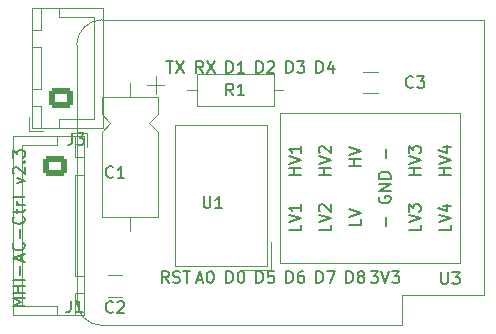
<source format=gto>
%TF.GenerationSoftware,KiCad,Pcbnew,(6.0.8)*%
%TF.CreationDate,2022-10-25T11:24:58+02:00*%
%TF.ProjectId,MHI-AC-CTRL,4d48492d-4143-42d4-9354-524c2e6b6963,v2.3*%
%TF.SameCoordinates,Original*%
%TF.FileFunction,Legend,Top*%
%TF.FilePolarity,Positive*%
%FSLAX46Y46*%
G04 Gerber Fmt 4.6, Leading zero omitted, Abs format (unit mm)*
G04 Created by KiCad (PCBNEW (6.0.8)) date 2022-10-25 11:24:58*
%MOMM*%
%LPD*%
G01*
G04 APERTURE LIST*
G04 Aperture macros list*
%AMRoundRect*
0 Rectangle with rounded corners*
0 $1 Rounding radius*
0 $2 $3 $4 $5 $6 $7 $8 $9 X,Y pos of 4 corners*
0 Add a 4 corners polygon primitive as box body*
4,1,4,$2,$3,$4,$5,$6,$7,$8,$9,$2,$3,0*
0 Add four circle primitives for the rounded corners*
1,1,$1+$1,$2,$3*
1,1,$1+$1,$4,$5*
1,1,$1+$1,$6,$7*
1,1,$1+$1,$8,$9*
0 Add four rect primitives between the rounded corners*
20,1,$1+$1,$2,$3,$4,$5,0*
20,1,$1+$1,$4,$5,$6,$7,0*
20,1,$1+$1,$6,$7,$8,$9,0*
20,1,$1+$1,$8,$9,$2,$3,0*%
G04 Aperture macros list end*
%ADD10C,0.150000*%
%ADD11C,0.120000*%
%ADD12R,2.500000X1.500000*%
%ADD13O,2.500000X1.500000*%
%ADD14RoundRect,0.250000X-0.725000X0.600000X-0.725000X-0.600000X0.725000X-0.600000X0.725000X0.600000X0*%
%ADD15O,1.950000X1.700000*%
%ADD16R,1.700000X1.700000*%
%ADD17O,1.700000X1.700000*%
%ADD18C,1.700000*%
%ADD19RoundRect,0.250000X0.725000X-0.600000X0.725000X0.600000X-0.725000X0.600000X-0.725000X-0.600000X0*%
%ADD20R,2.000000X2.000000*%
%ADD21O,1.600000X2.000000*%
%ADD22C,1.600000*%
%ADD23O,1.600000X1.600000*%
%ADD24O,2.000000X2.000000*%
G04 APERTURE END LIST*
D10*
X81224380Y-62095828D02*
X80224380Y-62095828D01*
X80938666Y-61762495D01*
X80224380Y-61429161D01*
X81224380Y-61429161D01*
X81224380Y-60952971D02*
X80224380Y-60952971D01*
X80700571Y-60952971D02*
X80700571Y-60381542D01*
X81224380Y-60381542D02*
X80224380Y-60381542D01*
X81224380Y-59905352D02*
X80224380Y-59905352D01*
X80843428Y-59429161D02*
X80843428Y-58667257D01*
X80938666Y-58238685D02*
X80938666Y-57762495D01*
X81224380Y-58333923D02*
X80224380Y-58000590D01*
X81224380Y-57667257D01*
X81129142Y-56762495D02*
X81176761Y-56810114D01*
X81224380Y-56952971D01*
X81224380Y-57048209D01*
X81176761Y-57191066D01*
X81081523Y-57286304D01*
X80986285Y-57333923D01*
X80795809Y-57381542D01*
X80652952Y-57381542D01*
X80462476Y-57333923D01*
X80367238Y-57286304D01*
X80272000Y-57191066D01*
X80224380Y-57048209D01*
X80224380Y-56952971D01*
X80272000Y-56810114D01*
X80319619Y-56762495D01*
X80843428Y-56333923D02*
X80843428Y-55572019D01*
X81129142Y-54524400D02*
X81176761Y-54572019D01*
X81224380Y-54714876D01*
X81224380Y-54810114D01*
X81176761Y-54952971D01*
X81081523Y-55048209D01*
X80986285Y-55095828D01*
X80795809Y-55143447D01*
X80652952Y-55143447D01*
X80462476Y-55095828D01*
X80367238Y-55048209D01*
X80272000Y-54952971D01*
X80224380Y-54810114D01*
X80224380Y-54714876D01*
X80272000Y-54572019D01*
X80319619Y-54524400D01*
X80557714Y-54238685D02*
X80557714Y-53857733D01*
X80224380Y-54095828D02*
X81081523Y-54095828D01*
X81176761Y-54048209D01*
X81224380Y-53952971D01*
X81224380Y-53857733D01*
X81224380Y-53524400D02*
X80557714Y-53524400D01*
X80748190Y-53524400D02*
X80652952Y-53476780D01*
X80605333Y-53429161D01*
X80557714Y-53333923D01*
X80557714Y-53238685D01*
X81224380Y-52762495D02*
X81176761Y-52857733D01*
X81081523Y-52905352D01*
X80224380Y-52905352D01*
X80557714Y-51714876D02*
X81224380Y-51476780D01*
X80557714Y-51238685D01*
X80319619Y-50905352D02*
X80272000Y-50857733D01*
X80224380Y-50762495D01*
X80224380Y-50524400D01*
X80272000Y-50429161D01*
X80319619Y-50381542D01*
X80414857Y-50333923D01*
X80510095Y-50333923D01*
X80652952Y-50381542D01*
X81224380Y-50952971D01*
X81224380Y-50333923D01*
X81129142Y-49905352D02*
X81176761Y-49857733D01*
X81224380Y-49905352D01*
X81176761Y-49952971D01*
X81129142Y-49905352D01*
X81224380Y-49905352D01*
X80224380Y-49524400D02*
X80224380Y-48905352D01*
X80605333Y-49238685D01*
X80605333Y-49095828D01*
X80652952Y-49000590D01*
X80700571Y-48952971D01*
X80795809Y-48905352D01*
X81033904Y-48905352D01*
X81129142Y-48952971D01*
X81176761Y-49000590D01*
X81224380Y-49095828D01*
X81224380Y-49381542D01*
X81176761Y-49476780D01*
X81129142Y-49524400D01*
%TO.C,U1*%
X96393095Y-52792380D02*
X96393095Y-53601904D01*
X96440714Y-53697142D01*
X96488333Y-53744761D01*
X96583571Y-53792380D01*
X96774047Y-53792380D01*
X96869285Y-53744761D01*
X96916904Y-53697142D01*
X96964523Y-53601904D01*
X96964523Y-52792380D01*
X97964523Y-53792380D02*
X97393095Y-53792380D01*
X97678809Y-53792380D02*
X97678809Y-52792380D01*
X97583571Y-52935238D01*
X97488333Y-53030476D01*
X97393095Y-53078095D01*
%TO.C,J1*%
X85152866Y-61631580D02*
X85152866Y-62345866D01*
X85105247Y-62488723D01*
X85010009Y-62583961D01*
X84867152Y-62631580D01*
X84771914Y-62631580D01*
X86152866Y-62631580D02*
X85581438Y-62631580D01*
X85867152Y-62631580D02*
X85867152Y-61631580D01*
X85771914Y-61774438D01*
X85676676Y-61869676D01*
X85581438Y-61917295D01*
%TO.C,U3*%
X116488095Y-59222380D02*
X116488095Y-60031904D01*
X116535714Y-60127142D01*
X116583333Y-60174761D01*
X116678571Y-60222380D01*
X116869047Y-60222380D01*
X116964285Y-60174761D01*
X117011904Y-60127142D01*
X117059523Y-60031904D01*
X117059523Y-59222380D01*
X117440476Y-59222380D02*
X118059523Y-59222380D01*
X117726190Y-59603333D01*
X117869047Y-59603333D01*
X117964285Y-59650952D01*
X118011904Y-59698571D01*
X118059523Y-59793809D01*
X118059523Y-60031904D01*
X118011904Y-60127142D01*
X117964285Y-60174761D01*
X117869047Y-60222380D01*
X117583333Y-60222380D01*
X117488095Y-60174761D01*
X117440476Y-60127142D01*
X104592380Y-55205238D02*
X104592380Y-55681428D01*
X103592380Y-55681428D01*
X103592380Y-55014761D02*
X104592380Y-54681428D01*
X103592380Y-54348095D01*
X104592380Y-53490952D02*
X104592380Y-54062380D01*
X104592380Y-53776666D02*
X103592380Y-53776666D01*
X103735238Y-53871904D01*
X103830476Y-53967142D01*
X103878095Y-54062380D01*
X109672380Y-54729047D02*
X109672380Y-55205238D01*
X108672380Y-55205238D01*
X108672380Y-54538571D02*
X109672380Y-54205238D01*
X108672380Y-53871904D01*
X117292380Y-55205238D02*
X117292380Y-55681428D01*
X116292380Y-55681428D01*
X116292380Y-55014761D02*
X117292380Y-54681428D01*
X116292380Y-54348095D01*
X116625714Y-53586190D02*
X117292380Y-53586190D01*
X116244761Y-53824285D02*
X116959047Y-54062380D01*
X116959047Y-53443333D01*
X114752380Y-55205238D02*
X114752380Y-55681428D01*
X113752380Y-55681428D01*
X113752380Y-55014761D02*
X114752380Y-54681428D01*
X113752380Y-54348095D01*
X113752380Y-54110000D02*
X113752380Y-53490952D01*
X114133333Y-53824285D01*
X114133333Y-53681428D01*
X114180952Y-53586190D01*
X114228571Y-53538571D01*
X114323809Y-53490952D01*
X114561904Y-53490952D01*
X114657142Y-53538571D01*
X114704761Y-53586190D01*
X114752380Y-53681428D01*
X114752380Y-53967142D01*
X114704761Y-54062380D01*
X114657142Y-54110000D01*
X107132380Y-50974476D02*
X106132380Y-50974476D01*
X106608571Y-50974476D02*
X106608571Y-50403047D01*
X107132380Y-50403047D02*
X106132380Y-50403047D01*
X106132380Y-50069714D02*
X107132380Y-49736380D01*
X106132380Y-49403047D01*
X106227619Y-49117333D02*
X106180000Y-49069714D01*
X106132380Y-48974476D01*
X106132380Y-48736380D01*
X106180000Y-48641142D01*
X106227619Y-48593523D01*
X106322857Y-48545904D01*
X106418095Y-48545904D01*
X106560952Y-48593523D01*
X107132380Y-49164952D01*
X107132380Y-48545904D01*
X111831428Y-55355714D02*
X111831428Y-54593809D01*
X111260000Y-52831904D02*
X111212380Y-52927142D01*
X111212380Y-53070000D01*
X111260000Y-53212857D01*
X111355238Y-53308095D01*
X111450476Y-53355714D01*
X111640952Y-53403333D01*
X111783809Y-53403333D01*
X111974285Y-53355714D01*
X112069523Y-53308095D01*
X112164761Y-53212857D01*
X112212380Y-53070000D01*
X112212380Y-52974761D01*
X112164761Y-52831904D01*
X112117142Y-52784285D01*
X111783809Y-52784285D01*
X111783809Y-52974761D01*
X112212380Y-52355714D02*
X111212380Y-52355714D01*
X112212380Y-51784285D01*
X111212380Y-51784285D01*
X112212380Y-51308095D02*
X111212380Y-51308095D01*
X111212380Y-51070000D01*
X111260000Y-50927142D01*
X111355238Y-50831904D01*
X111450476Y-50784285D01*
X111640952Y-50736666D01*
X111783809Y-50736666D01*
X111974285Y-50784285D01*
X112069523Y-50831904D01*
X112164761Y-50927142D01*
X112212380Y-51070000D01*
X112212380Y-51308095D01*
X111831428Y-49546190D02*
X111831428Y-48784285D01*
X114752380Y-50974476D02*
X113752380Y-50974476D01*
X114228571Y-50974476D02*
X114228571Y-50403047D01*
X114752380Y-50403047D02*
X113752380Y-50403047D01*
X113752380Y-50069714D02*
X114752380Y-49736380D01*
X113752380Y-49403047D01*
X113752380Y-49164952D02*
X113752380Y-48545904D01*
X114133333Y-48879238D01*
X114133333Y-48736380D01*
X114180952Y-48641142D01*
X114228571Y-48593523D01*
X114323809Y-48545904D01*
X114561904Y-48545904D01*
X114657142Y-48593523D01*
X114704761Y-48641142D01*
X114752380Y-48736380D01*
X114752380Y-49022095D01*
X114704761Y-49117333D01*
X114657142Y-49164952D01*
X117292380Y-50974476D02*
X116292380Y-50974476D01*
X116768571Y-50974476D02*
X116768571Y-50403047D01*
X117292380Y-50403047D02*
X116292380Y-50403047D01*
X116292380Y-50069714D02*
X117292380Y-49736380D01*
X116292380Y-49403047D01*
X116625714Y-48641142D02*
X117292380Y-48641142D01*
X116244761Y-48879238D02*
X116959047Y-49117333D01*
X116959047Y-48498285D01*
X104592380Y-50974476D02*
X103592380Y-50974476D01*
X104068571Y-50974476D02*
X104068571Y-50403047D01*
X104592380Y-50403047D02*
X103592380Y-50403047D01*
X103592380Y-50069714D02*
X104592380Y-49736380D01*
X103592380Y-49403047D01*
X104592380Y-48545904D02*
X104592380Y-49117333D01*
X104592380Y-48831619D02*
X103592380Y-48831619D01*
X103735238Y-48926857D01*
X103830476Y-49022095D01*
X103878095Y-49117333D01*
X107132380Y-55205238D02*
X107132380Y-55681428D01*
X106132380Y-55681428D01*
X106132380Y-55014761D02*
X107132380Y-54681428D01*
X106132380Y-54348095D01*
X106227619Y-54062380D02*
X106180000Y-54014761D01*
X106132380Y-53919523D01*
X106132380Y-53681428D01*
X106180000Y-53586190D01*
X106227619Y-53538571D01*
X106322857Y-53490952D01*
X106418095Y-53490952D01*
X106560952Y-53538571D01*
X107132380Y-54110000D01*
X107132380Y-53490952D01*
X109672380Y-50244285D02*
X108672380Y-50244285D01*
X109148571Y-50244285D02*
X109148571Y-49672857D01*
X109672380Y-49672857D02*
X108672380Y-49672857D01*
X108672380Y-49339523D02*
X109672380Y-49006190D01*
X108672380Y-48672857D01*
%TO.C,J3*%
X85264666Y-47458380D02*
X85264666Y-48172666D01*
X85217047Y-48315523D01*
X85121809Y-48410761D01*
X84978952Y-48458380D01*
X84883714Y-48458380D01*
X85645619Y-47458380D02*
X86264666Y-47458380D01*
X85931333Y-47839333D01*
X86074190Y-47839333D01*
X86169428Y-47886952D01*
X86217047Y-47934571D01*
X86264666Y-48029809D01*
X86264666Y-48267904D01*
X86217047Y-48363142D01*
X86169428Y-48410761D01*
X86074190Y-48458380D01*
X85788476Y-48458380D01*
X85693238Y-48410761D01*
X85645619Y-48363142D01*
%TO.C,U2*%
X100861904Y-60142380D02*
X100861904Y-59142380D01*
X101100000Y-59142380D01*
X101242857Y-59190000D01*
X101338095Y-59285238D01*
X101385714Y-59380476D01*
X101433333Y-59570952D01*
X101433333Y-59713809D01*
X101385714Y-59904285D01*
X101338095Y-59999523D01*
X101242857Y-60094761D01*
X101100000Y-60142380D01*
X100861904Y-60142380D01*
X102338095Y-59142380D02*
X101861904Y-59142380D01*
X101814285Y-59618571D01*
X101861904Y-59570952D01*
X101957142Y-59523333D01*
X102195238Y-59523333D01*
X102290476Y-59570952D01*
X102338095Y-59618571D01*
X102385714Y-59713809D01*
X102385714Y-59951904D01*
X102338095Y-60047142D01*
X102290476Y-60094761D01*
X102195238Y-60142380D01*
X101957142Y-60142380D01*
X101861904Y-60094761D01*
X101814285Y-60047142D01*
X110521904Y-59142380D02*
X111140952Y-59142380D01*
X110807619Y-59523333D01*
X110950476Y-59523333D01*
X111045714Y-59570952D01*
X111093333Y-59618571D01*
X111140952Y-59713809D01*
X111140952Y-59951904D01*
X111093333Y-60047142D01*
X111045714Y-60094761D01*
X110950476Y-60142380D01*
X110664761Y-60142380D01*
X110569523Y-60094761D01*
X110521904Y-60047142D01*
X111426666Y-59142380D02*
X111760000Y-60142380D01*
X112093333Y-59142380D01*
X112331428Y-59142380D02*
X112950476Y-59142380D01*
X112617142Y-59523333D01*
X112760000Y-59523333D01*
X112855238Y-59570952D01*
X112902857Y-59618571D01*
X112950476Y-59713809D01*
X112950476Y-59951904D01*
X112902857Y-60047142D01*
X112855238Y-60094761D01*
X112760000Y-60142380D01*
X112474285Y-60142380D01*
X112379047Y-60094761D01*
X112331428Y-60047142D01*
X93432380Y-60142380D02*
X93099047Y-59666190D01*
X92860952Y-60142380D02*
X92860952Y-59142380D01*
X93241904Y-59142380D01*
X93337142Y-59190000D01*
X93384761Y-59237619D01*
X93432380Y-59332857D01*
X93432380Y-59475714D01*
X93384761Y-59570952D01*
X93337142Y-59618571D01*
X93241904Y-59666190D01*
X92860952Y-59666190D01*
X93813333Y-60094761D02*
X93956190Y-60142380D01*
X94194285Y-60142380D01*
X94289523Y-60094761D01*
X94337142Y-60047142D01*
X94384761Y-59951904D01*
X94384761Y-59856666D01*
X94337142Y-59761428D01*
X94289523Y-59713809D01*
X94194285Y-59666190D01*
X94003809Y-59618571D01*
X93908571Y-59570952D01*
X93860952Y-59523333D01*
X93813333Y-59428095D01*
X93813333Y-59332857D01*
X93860952Y-59237619D01*
X93908571Y-59190000D01*
X94003809Y-59142380D01*
X94241904Y-59142380D01*
X94384761Y-59190000D01*
X94670476Y-59142380D02*
X95241904Y-59142380D01*
X94956190Y-60142380D02*
X94956190Y-59142380D01*
X105941904Y-60142380D02*
X105941904Y-59142380D01*
X106180000Y-59142380D01*
X106322857Y-59190000D01*
X106418095Y-59285238D01*
X106465714Y-59380476D01*
X106513333Y-59570952D01*
X106513333Y-59713809D01*
X106465714Y-59904285D01*
X106418095Y-59999523D01*
X106322857Y-60094761D01*
X106180000Y-60142380D01*
X105941904Y-60142380D01*
X106846666Y-59142380D02*
X107513333Y-59142380D01*
X107084761Y-60142380D01*
X98321904Y-42362380D02*
X98321904Y-41362380D01*
X98560000Y-41362380D01*
X98702857Y-41410000D01*
X98798095Y-41505238D01*
X98845714Y-41600476D01*
X98893333Y-41790952D01*
X98893333Y-41933809D01*
X98845714Y-42124285D01*
X98798095Y-42219523D01*
X98702857Y-42314761D01*
X98560000Y-42362380D01*
X98321904Y-42362380D01*
X99845714Y-42362380D02*
X99274285Y-42362380D01*
X99560000Y-42362380D02*
X99560000Y-41362380D01*
X99464761Y-41505238D01*
X99369523Y-41600476D01*
X99274285Y-41648095D01*
X98321904Y-60142380D02*
X98321904Y-59142380D01*
X98560000Y-59142380D01*
X98702857Y-59190000D01*
X98798095Y-59285238D01*
X98845714Y-59380476D01*
X98893333Y-59570952D01*
X98893333Y-59713809D01*
X98845714Y-59904285D01*
X98798095Y-59999523D01*
X98702857Y-60094761D01*
X98560000Y-60142380D01*
X98321904Y-60142380D01*
X99512380Y-59142380D02*
X99607619Y-59142380D01*
X99702857Y-59190000D01*
X99750476Y-59237619D01*
X99798095Y-59332857D01*
X99845714Y-59523333D01*
X99845714Y-59761428D01*
X99798095Y-59951904D01*
X99750476Y-60047142D01*
X99702857Y-60094761D01*
X99607619Y-60142380D01*
X99512380Y-60142380D01*
X99417142Y-60094761D01*
X99369523Y-60047142D01*
X99321904Y-59951904D01*
X99274285Y-59761428D01*
X99274285Y-59523333D01*
X99321904Y-59332857D01*
X99369523Y-59237619D01*
X99417142Y-59190000D01*
X99512380Y-59142380D01*
X93218095Y-41362380D02*
X93789523Y-41362380D01*
X93503809Y-42362380D02*
X93503809Y-41362380D01*
X94027619Y-41362380D02*
X94694285Y-42362380D01*
X94694285Y-41362380D02*
X94027619Y-42362380D01*
X103401904Y-42362380D02*
X103401904Y-41362380D01*
X103640000Y-41362380D01*
X103782857Y-41410000D01*
X103878095Y-41505238D01*
X103925714Y-41600476D01*
X103973333Y-41790952D01*
X103973333Y-41933809D01*
X103925714Y-42124285D01*
X103878095Y-42219523D01*
X103782857Y-42314761D01*
X103640000Y-42362380D01*
X103401904Y-42362380D01*
X104306666Y-41362380D02*
X104925714Y-41362380D01*
X104592380Y-41743333D01*
X104735238Y-41743333D01*
X104830476Y-41790952D01*
X104878095Y-41838571D01*
X104925714Y-41933809D01*
X104925714Y-42171904D01*
X104878095Y-42267142D01*
X104830476Y-42314761D01*
X104735238Y-42362380D01*
X104449523Y-42362380D01*
X104354285Y-42314761D01*
X104306666Y-42267142D01*
X108481904Y-60142380D02*
X108481904Y-59142380D01*
X108720000Y-59142380D01*
X108862857Y-59190000D01*
X108958095Y-59285238D01*
X109005714Y-59380476D01*
X109053333Y-59570952D01*
X109053333Y-59713809D01*
X109005714Y-59904285D01*
X108958095Y-59999523D01*
X108862857Y-60094761D01*
X108720000Y-60142380D01*
X108481904Y-60142380D01*
X109624761Y-59570952D02*
X109529523Y-59523333D01*
X109481904Y-59475714D01*
X109434285Y-59380476D01*
X109434285Y-59332857D01*
X109481904Y-59237619D01*
X109529523Y-59190000D01*
X109624761Y-59142380D01*
X109815238Y-59142380D01*
X109910476Y-59190000D01*
X109958095Y-59237619D01*
X110005714Y-59332857D01*
X110005714Y-59380476D01*
X109958095Y-59475714D01*
X109910476Y-59523333D01*
X109815238Y-59570952D01*
X109624761Y-59570952D01*
X109529523Y-59618571D01*
X109481904Y-59666190D01*
X109434285Y-59761428D01*
X109434285Y-59951904D01*
X109481904Y-60047142D01*
X109529523Y-60094761D01*
X109624761Y-60142380D01*
X109815238Y-60142380D01*
X109910476Y-60094761D01*
X109958095Y-60047142D01*
X110005714Y-59951904D01*
X110005714Y-59761428D01*
X109958095Y-59666190D01*
X109910476Y-59618571D01*
X109815238Y-59570952D01*
X96353333Y-42362380D02*
X96020000Y-41886190D01*
X95781904Y-42362380D02*
X95781904Y-41362380D01*
X96162857Y-41362380D01*
X96258095Y-41410000D01*
X96305714Y-41457619D01*
X96353333Y-41552857D01*
X96353333Y-41695714D01*
X96305714Y-41790952D01*
X96258095Y-41838571D01*
X96162857Y-41886190D01*
X95781904Y-41886190D01*
X96686666Y-41362380D02*
X97353333Y-42362380D01*
X97353333Y-41362380D02*
X96686666Y-42362380D01*
X95805714Y-59856666D02*
X96281904Y-59856666D01*
X95710476Y-60142380D02*
X96043809Y-59142380D01*
X96377142Y-60142380D01*
X96900952Y-59142380D02*
X96996190Y-59142380D01*
X97091428Y-59190000D01*
X97139047Y-59237619D01*
X97186666Y-59332857D01*
X97234285Y-59523333D01*
X97234285Y-59761428D01*
X97186666Y-59951904D01*
X97139047Y-60047142D01*
X97091428Y-60094761D01*
X96996190Y-60142380D01*
X96900952Y-60142380D01*
X96805714Y-60094761D01*
X96758095Y-60047142D01*
X96710476Y-59951904D01*
X96662857Y-59761428D01*
X96662857Y-59523333D01*
X96710476Y-59332857D01*
X96758095Y-59237619D01*
X96805714Y-59190000D01*
X96900952Y-59142380D01*
X100861904Y-42362380D02*
X100861904Y-41362380D01*
X101100000Y-41362380D01*
X101242857Y-41410000D01*
X101338095Y-41505238D01*
X101385714Y-41600476D01*
X101433333Y-41790952D01*
X101433333Y-41933809D01*
X101385714Y-42124285D01*
X101338095Y-42219523D01*
X101242857Y-42314761D01*
X101100000Y-42362380D01*
X100861904Y-42362380D01*
X101814285Y-41457619D02*
X101861904Y-41410000D01*
X101957142Y-41362380D01*
X102195238Y-41362380D01*
X102290476Y-41410000D01*
X102338095Y-41457619D01*
X102385714Y-41552857D01*
X102385714Y-41648095D01*
X102338095Y-41790952D01*
X101766666Y-42362380D01*
X102385714Y-42362380D01*
X103401904Y-60142380D02*
X103401904Y-59142380D01*
X103640000Y-59142380D01*
X103782857Y-59190000D01*
X103878095Y-59285238D01*
X103925714Y-59380476D01*
X103973333Y-59570952D01*
X103973333Y-59713809D01*
X103925714Y-59904285D01*
X103878095Y-59999523D01*
X103782857Y-60094761D01*
X103640000Y-60142380D01*
X103401904Y-60142380D01*
X104830476Y-59142380D02*
X104640000Y-59142380D01*
X104544761Y-59190000D01*
X104497142Y-59237619D01*
X104401904Y-59380476D01*
X104354285Y-59570952D01*
X104354285Y-59951904D01*
X104401904Y-60047142D01*
X104449523Y-60094761D01*
X104544761Y-60142380D01*
X104735238Y-60142380D01*
X104830476Y-60094761D01*
X104878095Y-60047142D01*
X104925714Y-59951904D01*
X104925714Y-59713809D01*
X104878095Y-59618571D01*
X104830476Y-59570952D01*
X104735238Y-59523333D01*
X104544761Y-59523333D01*
X104449523Y-59570952D01*
X104401904Y-59618571D01*
X104354285Y-59713809D01*
X105941904Y-42362380D02*
X105941904Y-41362380D01*
X106180000Y-41362380D01*
X106322857Y-41410000D01*
X106418095Y-41505238D01*
X106465714Y-41600476D01*
X106513333Y-41790952D01*
X106513333Y-41933809D01*
X106465714Y-42124285D01*
X106418095Y-42219523D01*
X106322857Y-42314761D01*
X106180000Y-42362380D01*
X105941904Y-42362380D01*
X107370476Y-41695714D02*
X107370476Y-42362380D01*
X107132380Y-41314761D02*
X106894285Y-42029047D01*
X107513333Y-42029047D01*
%TO.C,C3*%
X114133333Y-43537142D02*
X114085714Y-43584761D01*
X113942857Y-43632380D01*
X113847619Y-43632380D01*
X113704761Y-43584761D01*
X113609523Y-43489523D01*
X113561904Y-43394285D01*
X113514285Y-43203809D01*
X113514285Y-43060952D01*
X113561904Y-42870476D01*
X113609523Y-42775238D01*
X113704761Y-42680000D01*
X113847619Y-42632380D01*
X113942857Y-42632380D01*
X114085714Y-42680000D01*
X114133333Y-42727619D01*
X114466666Y-42632380D02*
X115085714Y-42632380D01*
X114752380Y-43013333D01*
X114895238Y-43013333D01*
X114990476Y-43060952D01*
X115038095Y-43108571D01*
X115085714Y-43203809D01*
X115085714Y-43441904D01*
X115038095Y-43537142D01*
X114990476Y-43584761D01*
X114895238Y-43632380D01*
X114609523Y-43632380D01*
X114514285Y-43584761D01*
X114466666Y-43537142D01*
%TO.C,R1*%
X98893333Y-44267380D02*
X98560000Y-43791190D01*
X98321904Y-44267380D02*
X98321904Y-43267380D01*
X98702857Y-43267380D01*
X98798095Y-43315000D01*
X98845714Y-43362619D01*
X98893333Y-43457857D01*
X98893333Y-43600714D01*
X98845714Y-43695952D01*
X98798095Y-43743571D01*
X98702857Y-43791190D01*
X98321904Y-43791190D01*
X99845714Y-44267380D02*
X99274285Y-44267380D01*
X99560000Y-44267380D02*
X99560000Y-43267380D01*
X99464761Y-43410238D01*
X99369523Y-43505476D01*
X99274285Y-43553095D01*
%TO.C,C1*%
X88733333Y-51157142D02*
X88685714Y-51204761D01*
X88542857Y-51252380D01*
X88447619Y-51252380D01*
X88304761Y-51204761D01*
X88209523Y-51109523D01*
X88161904Y-51014285D01*
X88114285Y-50823809D01*
X88114285Y-50680952D01*
X88161904Y-50490476D01*
X88209523Y-50395238D01*
X88304761Y-50300000D01*
X88447619Y-50252380D01*
X88542857Y-50252380D01*
X88685714Y-50300000D01*
X88733333Y-50347619D01*
X89685714Y-51252380D02*
X89114285Y-51252380D01*
X89400000Y-51252380D02*
X89400000Y-50252380D01*
X89304761Y-50395238D01*
X89209523Y-50490476D01*
X89114285Y-50538095D01*
%TO.C,C2*%
X88713333Y-62587142D02*
X88665714Y-62634761D01*
X88522857Y-62682380D01*
X88427619Y-62682380D01*
X88284761Y-62634761D01*
X88189523Y-62539523D01*
X88141904Y-62444285D01*
X88094285Y-62253809D01*
X88094285Y-62110952D01*
X88141904Y-61920476D01*
X88189523Y-61825238D01*
X88284761Y-61730000D01*
X88427619Y-61682380D01*
X88522857Y-61682380D01*
X88665714Y-61730000D01*
X88713333Y-61777619D01*
X89094285Y-61777619D02*
X89141904Y-61730000D01*
X89237142Y-61682380D01*
X89475238Y-61682380D01*
X89570476Y-61730000D01*
X89618095Y-61777619D01*
X89665714Y-61872857D01*
X89665714Y-61968095D01*
X89618095Y-62110952D01*
X89046666Y-62682380D01*
X89665714Y-62682380D01*
D11*
%TO.C,U1*%
X93939600Y-58690400D02*
X93939600Y-46750400D01*
X99669600Y-59020400D02*
X102119600Y-59020400D01*
X102119600Y-59020400D02*
X102119600Y-56690400D01*
X101789600Y-46750400D02*
X101789600Y-58690400D01*
X93939600Y-46750400D02*
X101789600Y-46750400D01*
X101789600Y-58690400D02*
X93939600Y-58690400D01*
%TO.C,J1*%
X85486200Y-47720400D02*
X85486200Y-49520400D01*
X86236200Y-62820400D02*
X86236200Y-61020400D01*
X86246200Y-47710400D02*
X80276200Y-47710400D01*
X86536200Y-47420400D02*
X85286200Y-47420400D01*
X81036200Y-48470400D02*
X81036200Y-55270400D01*
X85486200Y-61020400D02*
X85486200Y-62820400D01*
X85486200Y-51020400D02*
X85486200Y-59520400D01*
X83986200Y-62070400D02*
X81036200Y-62070400D01*
X86536200Y-48670400D02*
X86536200Y-47420400D01*
X86236200Y-49520400D02*
X86236200Y-47720400D01*
X83986200Y-47720400D02*
X83986200Y-48470400D01*
X80276200Y-47710400D02*
X80276200Y-62830400D01*
X86246200Y-62830400D02*
X86246200Y-47710400D01*
X85486200Y-49520400D02*
X86236200Y-49520400D01*
X86236200Y-61020400D02*
X85486200Y-61020400D01*
X81036200Y-62070400D02*
X81036200Y-55270400D01*
X86236200Y-59520400D02*
X86236200Y-51020400D01*
X83986200Y-62820400D02*
X83986200Y-62070400D01*
X86236200Y-47720400D02*
X85486200Y-47720400D01*
X86236200Y-51020400D02*
X85486200Y-51020400D01*
X83986200Y-48470400D02*
X81036200Y-48470400D01*
X80276200Y-62830400D02*
X86246200Y-62830400D01*
X85486200Y-62820400D02*
X86236200Y-62820400D01*
X85486200Y-59520400D02*
X86236200Y-59520400D01*
%TO.C,U3*%
X118110000Y-58420000D02*
X118110000Y-45720000D01*
X102870000Y-58420000D02*
X118110000Y-58420000D01*
X102870000Y-58420000D02*
X102870000Y-45720000D01*
X102870000Y-45720000D02*
X118110000Y-45720000D01*
%TO.C,J3*%
X87833600Y-36890000D02*
X81863600Y-36890000D01*
X87073600Y-46250000D02*
X87073600Y-41950000D01*
X81873600Y-43700000D02*
X82623600Y-43700000D01*
X81873600Y-38700000D02*
X82623600Y-38700000D01*
X81873600Y-40200000D02*
X81873600Y-43700000D01*
X84123600Y-37650000D02*
X87073600Y-37650000D01*
X82623600Y-40200000D02*
X81873600Y-40200000D01*
X82623600Y-43700000D02*
X82623600Y-40200000D01*
X87073600Y-37650000D02*
X87073600Y-41950000D01*
X84123600Y-46250000D02*
X87073600Y-46250000D01*
X82623600Y-47000000D02*
X82623600Y-45200000D01*
X81873600Y-36900000D02*
X81873600Y-38700000D01*
X81863600Y-36890000D02*
X81863600Y-47010000D01*
X84123600Y-47000000D02*
X84123600Y-46250000D01*
X81873600Y-45200000D02*
X81873600Y-47000000D01*
X87833600Y-47010000D02*
X87833600Y-36890000D01*
X84123600Y-36900000D02*
X84123600Y-37650000D01*
X81863600Y-47010000D02*
X87833600Y-47010000D01*
X82623600Y-36900000D02*
X81873600Y-36900000D01*
X81573600Y-46050000D02*
X81573600Y-47300000D01*
X81873600Y-47000000D02*
X82623600Y-47000000D01*
X82623600Y-38700000D02*
X82623600Y-36900000D01*
X81573600Y-47300000D02*
X82823600Y-47300000D01*
X82623600Y-45200000D02*
X81873600Y-45200000D01*
%TO.C,U2*%
X120100000Y-37870000D02*
X87770000Y-37870000D01*
X85640000Y-39990000D02*
X85640000Y-61600000D01*
X120100000Y-61190000D02*
X120100000Y-37870000D01*
X113200000Y-63730000D02*
X87770000Y-63730000D01*
X113200000Y-61190000D02*
X120100000Y-61190000D01*
X113200000Y-63730000D02*
X113200000Y-61190000D01*
X85640000Y-61600000D02*
G75*
G03*
X87770000Y-63730000I2130002J2D01*
G01*
X87770000Y-37870000D02*
G75*
G03*
X85640000Y-40000000I0J-2130000D01*
G01*
%TO.C,C3*%
X111139000Y-44100000D02*
X109881000Y-44100000D01*
X111139000Y-42260000D02*
X109881000Y-42260000D01*
%TO.C,R1*%
X95790000Y-42445000D02*
X95790000Y-45185000D01*
X102330000Y-42445000D02*
X95790000Y-42445000D01*
X95790000Y-45185000D02*
X102330000Y-45185000D01*
X103100000Y-43815000D02*
X102330000Y-43815000D01*
X95020000Y-43815000D02*
X95790000Y-43815000D01*
X102330000Y-45185000D02*
X102330000Y-42445000D01*
%TO.C,C1*%
X93069200Y-43359200D02*
X91569200Y-43359200D01*
X90119200Y-55739200D02*
X90119200Y-54599200D01*
X87749200Y-45859200D02*
X88499200Y-46609200D01*
X92319200Y-42609200D02*
X92319200Y-44109200D01*
X92489200Y-54599200D02*
X87749200Y-54599200D01*
X91739200Y-46609200D02*
X92489200Y-47359200D01*
X87749200Y-47359200D02*
X87749200Y-54599200D01*
X92489200Y-45859200D02*
X91739200Y-46609200D01*
X88499200Y-46609200D02*
X87749200Y-47359200D01*
X92489200Y-47359200D02*
X92489200Y-54599200D01*
X92489200Y-44359200D02*
X87749200Y-44359200D01*
X90119200Y-43219200D02*
X90119200Y-44359200D01*
X87749200Y-44359200D02*
X87749200Y-45859200D01*
X92489200Y-44359200D02*
X92489200Y-45859200D01*
%TO.C,C2*%
X88251000Y-59481200D02*
X89509000Y-59481200D01*
X88251000Y-61321200D02*
X89509000Y-61321200D01*
%TD*%
%LPC*%
D12*
%TO.C,U1*%
X99669600Y-55270400D03*
D13*
X99669600Y-52730400D03*
X99669600Y-50190400D03*
%TD*%
D14*
%TO.C,J1*%
X83786200Y-50270400D03*
D15*
X83786200Y-52770400D03*
X83786200Y-55270400D03*
X83786200Y-57770400D03*
X83786200Y-60270400D03*
%TD*%
D16*
%TO.C,U3*%
X104140000Y-46990000D03*
D17*
X106680000Y-46990000D03*
X109220000Y-46990000D03*
X111760000Y-46990000D03*
X114300000Y-46990000D03*
X116840000Y-46990000D03*
D18*
X104140000Y-57150000D03*
D17*
X106680000Y-57150000D03*
X109220000Y-57150000D03*
X111760000Y-57150000D03*
X114300000Y-57150000D03*
X116840000Y-57150000D03*
%TD*%
D19*
%TO.C,J3*%
X84323600Y-44450000D03*
D15*
X84323600Y-41950000D03*
X84323600Y-39450000D03*
%TD*%
D20*
%TO.C,U2*%
X93980000Y-62230000D03*
D21*
X96520000Y-62230000D03*
X99060000Y-62230000D03*
X101600000Y-62230000D03*
X104140000Y-62230000D03*
X106680000Y-62230000D03*
X109220000Y-62230000D03*
X111760000Y-62230000D03*
X111760000Y-39370000D03*
X109220000Y-39370000D03*
X106680000Y-39370000D03*
X104140000Y-39370000D03*
X101600000Y-39370000D03*
X99060000Y-39370000D03*
X96520000Y-39370000D03*
X93980000Y-39370000D03*
%TD*%
D22*
%TO.C,C3*%
X111760000Y-43180000D03*
X109260000Y-43180000D03*
%TD*%
%TO.C,R1*%
X93980000Y-43815000D03*
D23*
X104140000Y-43815000D03*
%TD*%
D20*
%TO.C,C1*%
X90119200Y-41979200D03*
D24*
X90119200Y-56979200D03*
%TD*%
D22*
%TO.C,C2*%
X87630000Y-60401200D03*
X90130000Y-60401200D03*
%TD*%
M02*

</source>
